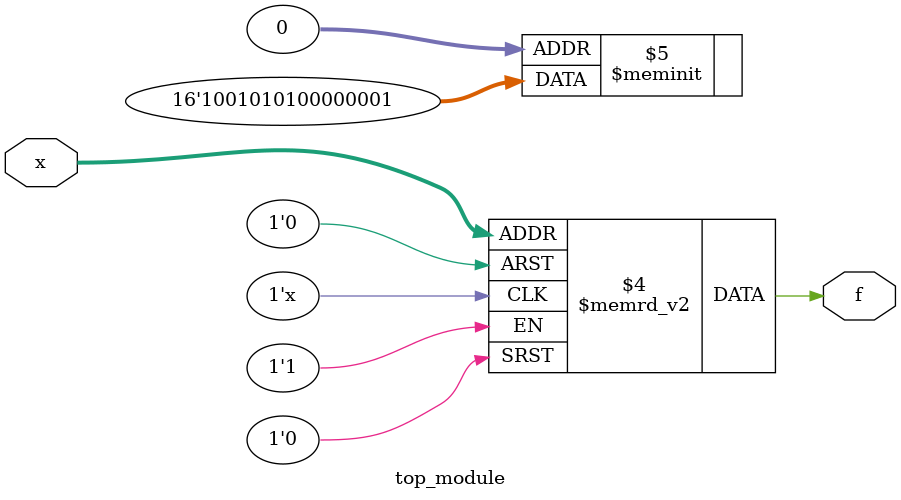
<source format=sv>
module top_module (
    input [4:1] x,
    output logic f
);

always_comb begin
    case (x)
        4'b0000, 4'b1000, 4'b1010, 4'b1100, 4'b1111: f = 1'b1;
        4'b0001, 4'b0010, 4'b0011, 4'b0100, 4'b0101, 4'b0110, 4'b0111, 4'b1001, 4'b1011, 4'b1101, 4'b1110: f = 1'b0;
        default: f = 1'bx;
    endcase
end

endmodule

</source>
